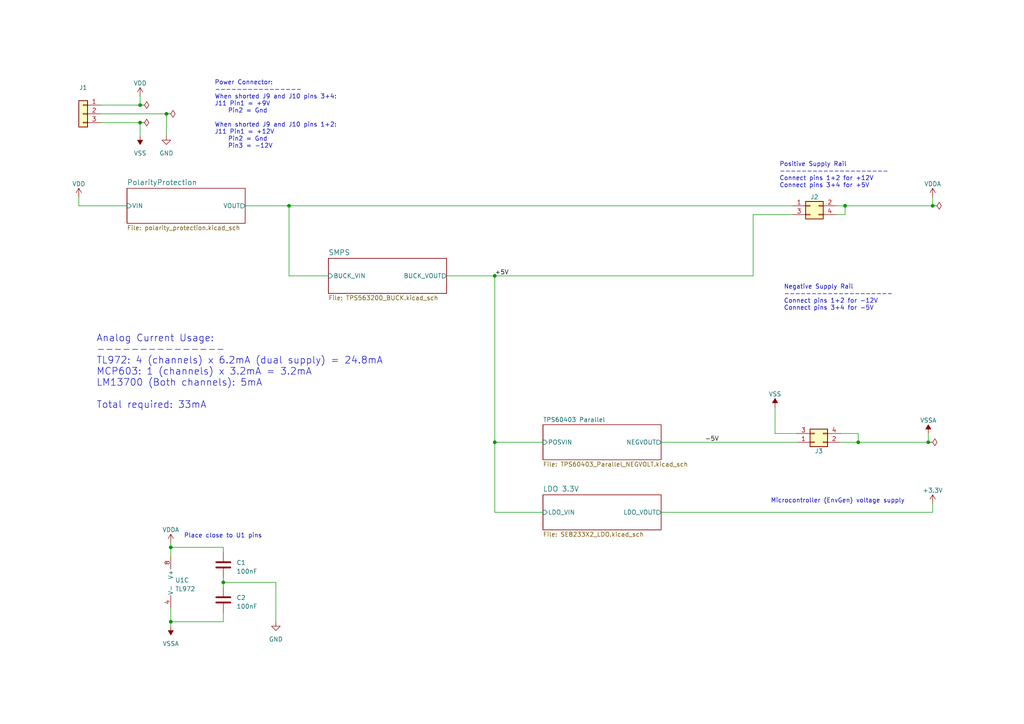
<source format=kicad_sch>
(kicad_sch (version 20230121) (generator eeschema)
  (paper "A4")
  (lib_symbols
    (symbol "Amplifier_Operational:TL072" (pin_names (offset 0.127))
      (property "Reference" "U" (at 0 5.08 0))
      (property "Value" "TL072" (at 0 -5.08 0))
      (symbol "TL072_1_1"
        (polyline (pts (xy -5.08 5.08) (xy 5.08 0) (xy -5.08 -5.08) (xy -5.08 5.08)) (stroke (width 0.254)) (fill (type background)))
        (pin output line (at 7.62 0 180) (length 2.54) (name "~") (number "1"))
        (pin input line (at -7.62 -2.54 0) (length 2.54) (name "-") (number "2"))
        (pin input line (at -7.62 2.54 0) (length 2.54) (name "+") (number "3"))
      )
      (symbol "TL072_2_1"
        (polyline (pts (xy -5.08 5.08) (xy 5.08 0) (xy -5.08 -5.08) (xy -5.08 5.08)) (stroke (width 0.254)) (fill (type background)))
        (pin input line (at -7.62 2.54 0) (length 2.54) (name "+") (number "5"))
        (pin input line (at -7.62 -2.54 0) (length 2.54) (name "-") (number "6"))
        (pin output line (at 7.62 0 180) (length 2.54) (name "~") (number "7"))
      )
      (symbol "TL072_3_1"
        (pin power_in line (at -2.54 -7.62 90) (length 3.81) (name "V-") (number "4"))
        (pin power_in line (at -2.54 7.62 270) (length 3.81) (name "V+") (number "8"))
      )
    )
    (symbol "Connector_Generic:Conn_01x03" (pin_names (offset 1.016) hide)
      (property "Reference" "J" (at 0 5.08 0))
      (property "Value" "Conn_01x03" (at 0 -5.08 0))
      (symbol "Conn_01x03_1_1"
        (rectangle (start -1.27 -2.413) (end 0 -2.667) (stroke (width 0.1524)))
        (rectangle (start -1.27 0.127) (end 0 -0.127) (stroke (width 0.1524)))
        (rectangle (start -1.27 2.667) (end 0 2.413) (stroke (width 0.1524)))
        (rectangle (start -1.27 3.81) (end 1.27 -3.81) (stroke (width 0.254)) (fill (type background)))
        (pin passive line (at -5.08 2.54 0) (length 3.81) (name "Pin_1") (number "1"))
        (pin passive line (at -5.08 0 0) (length 3.81) (name "Pin_2") (number "2"))
        (pin passive line (at -5.08 -2.54 0) (length 3.81) (name "Pin_3") (number "3"))
      )
    )
    (symbol "Connector_Generic:Conn_02x02_Odd_Even" (pin_names (offset 1.016) hide)
      (property "Reference" "J" (at 1.27 2.54 0))
      (property "Value" "Conn_02x02_Odd_Even" (at 1.27 -5.08 0))
      (symbol "Conn_02x02_Odd_Even_1_1"
        (rectangle (start -1.27 -2.413) (end 0 -2.667) (stroke (width 0.1524)))
        (rectangle (start -1.27 0.127) (end 0 -0.127) (stroke (width 0.1524)))
        (rectangle (start -1.27 1.27) (end 3.81 -3.81) (stroke (width 0.254)) (fill (type background)))
        (rectangle (start 3.81 -2.413) (end 2.54 -2.667) (stroke (width 0.1524)))
        (rectangle (start 3.81 0.127) (end 2.54 -0.127) (stroke (width 0.1524)))
        (pin passive line (at -5.08 0 0) (length 3.81) (name "Pin_1") (number "1"))
        (pin passive line (at 7.62 0 180) (length 3.81) (name "Pin_2") (number "2"))
        (pin passive line (at -5.08 -2.54 0) (length 3.81) (name "Pin_3") (number "3"))
        (pin passive line (at 7.62 -2.54 180) (length 3.81) (name "Pin_4") (number "4"))
      )
    )
    (symbol "Device:C" (pin_numbers hide) (pin_names (offset 0.254))
      (property "Reference" "C" (at 0.635 2.54 0))
      (property "Value" "C" (at 0.635 -2.54 0))
      (symbol "C_0_1"
        (polyline (pts (xy -2.032 -0.762) (xy 2.032 -0.762)) (stroke (width 0.508)))
        (polyline (pts (xy -2.032 0.762) (xy 2.032 0.762)) (stroke (width 0.508)))
      )
      (symbol "C_1_1"
        (pin passive line (at 0 3.81 270) (length 2.794) (name "~") (number "1"))
        (pin passive line (at 0 -3.81 90) (length 2.794) (name "~") (number "2"))
      )
    )
    (symbol "power:+3.3V" (power) (pin_names (offset 0))
      (property "Value" "+3.3V" (at 0 3.556 0))
      (symbol "+3.3V_0_1"
        (polyline (pts (xy -0.762 1.27) (xy 0 2.54)))
        (polyline (pts (xy 0 0) (xy 0 2.54)))
        (polyline (pts (xy 0 2.54) (xy 0.762 1.27)))
      )
      (symbol "+3.3V_1_1"
        (pin power_in line (at 0 0 90) (length 0) hide (name "+3.3V") (number "1"))
      )
    )
    (symbol "power:GND" (power) (pin_names (offset 0))
      (property "Value" "GND" (at 0 -3.81 0))
      (symbol "GND_0_1"
        (polyline (pts (xy 0 0) (xy 0 -1.27) (xy 1.27 -1.27) (xy 0 -2.54) (xy -1.27 -1.27) (xy 0 -1.27)))
      )
      (symbol "GND_1_1"
        (pin power_in line (at 0 0 270) (length 0) hide (name "GND") (number "1"))
      )
    )
    (symbol "power:PWR_FLAG" (power) (pin_numbers hide) (pin_names (offset 0) hide)
      (property "Value" "PWR_FLAG" (at 0 3.81 0))
      (symbol "PWR_FLAG_0_0"
        (pin power_out line (at 0 0 90) (length 0) (name "pwr") (number "1"))
      )
      (symbol "PWR_FLAG_0_1"
        (polyline (pts (xy 0 0) (xy 0 1.27) (xy -1.016 1.905) (xy 0 2.54) (xy 1.016 1.905) (xy 0 1.27)))
      )
    )
    (symbol "power:VDD" (power) (pin_names (offset 0))
      (property "Value" "VDD" (at 0 3.81 0))
      (symbol "VDD_0_1"
        (polyline (pts (xy -0.762 1.27) (xy 0 2.54)))
        (polyline (pts (xy 0 0) (xy 0 2.54)))
        (polyline (pts (xy 0 2.54) (xy 0.762 1.27)))
      )
      (symbol "VDD_1_1"
        (pin power_in line (at 0 0 90) (length 0) hide (name "VDD") (number "1"))
      )
    )
    (symbol "power:VDDA" (power) (pin_names (offset 0))
      (property "Value" "VDDA" (at 0 3.81 0))
      (symbol "VDDA_0_1"
        (polyline (pts (xy -0.762 1.27) (xy 0 2.54)))
        (polyline (pts (xy 0 0) (xy 0 2.54)))
        (polyline (pts (xy 0 2.54) (xy 0.762 1.27)))
      )
      (symbol "VDDA_1_1"
        (pin power_in line (at 0 0 90) (length 0) hide (name "VDDA") (number "1"))
      )
    )
    (symbol "power:VSS" (power) (pin_names (offset 0))
      (property "Value" "VSS" (at 0 3.81 0))
      (symbol "VSS_0_1"
        (polyline (pts (xy 0 0) (xy 0 2.54)))
        (polyline (pts (xy 0.762 1.27) (xy -0.762 1.27) (xy 0 2.54) (xy 0.762 1.27)) (fill (type outline)))
      )
      (symbol "VSS_1_1"
        (pin power_in line (at 0 0 90) (length 0) hide (name "VSS") (number "1"))
      )
    )
    (symbol "power:VSSA" (power) (pin_names (offset 0))
      (property "Value" "VSSA" (at 0 3.81 0))
      (symbol "VSSA_0_1"
        (polyline (pts (xy 0 0) (xy 0 2.54)))
        (polyline (pts (xy 0.762 1.27) (xy -0.762 1.27) (xy 0 2.54) (xy 0.762 1.27)) (fill (type outline)))
      )
      (symbol "VSSA_1_1"
        (pin power_in line (at 0 0 90) (length 0) hide (name "VSSA") (number "1"))
      )
    )
  )
  (junction (at 143.51 80.01))
  (junction (at 269.24 128.27))
  (junction (at 270.51 59.69))
  (junction (at 143.51 128.27))
  (junction (at 40.64 30.48))
  (junction (at 49.53 158.75))
  (junction (at 40.64 35.56))
  (junction (at 245.11 59.69))
  (junction (at 49.53 180.34))
  (junction (at 48.26 33.02))
  (junction (at 83.82 59.69))
  (junction (at 64.77 168.91))
  (junction (at 248.92 128.27))
  (wire (pts (xy 143.51 148.59) (xy 157.48 148.59)))
  (wire (pts (xy 143.51 128.27) (xy 143.51 80.01)))
  (wire (pts (xy 49.53 158.75) (xy 64.77 158.75)))
  (wire (pts (xy 29.21 33.02) (xy 48.26 33.02)))
  (wire (pts (xy 64.77 177.8) (xy 64.77 180.34)))
  (wire (pts (xy 64.77 168.91) (xy 64.77 170.18)))
  (wire (pts (xy 49.53 181.61) (xy 49.53 180.34)))
  (wire (pts (xy 269.24 128.27) (xy 269.24 125.73)))
  (wire (pts (xy 80.01 168.91) (xy 80.01 180.34)))
  (wire (pts (xy 64.77 167.64) (xy 64.77 168.91)))
  (wire (pts (xy 242.57 59.69) (xy 245.11 59.69)))
  (wire (pts (xy 64.77 158.75) (xy 64.77 160.02)))
  (wire (pts (xy 245.11 59.69) (xy 245.11 62.23)))
  (wire (pts (xy 224.79 118.11) (xy 224.79 125.73)))
  (wire (pts (xy 49.53 180.34) (xy 49.53 176.53)))
  (wire (pts (xy 191.77 128.27) (xy 231.14 128.27)))
  (wire (pts (xy 83.82 59.69) (xy 229.87 59.69)))
  (wire (pts (xy 64.77 168.91) (xy 80.01 168.91)))
  (wire (pts (xy 224.79 125.73) (xy 231.14 125.73)))
  (wire (pts (xy 129.54 80.01) (xy 143.51 80.01)))
  (wire (pts (xy 40.64 39.37) (xy 40.64 35.56)))
  (wire (pts (xy 248.92 125.73) (xy 248.92 128.27)))
  (wire (pts (xy 143.51 128.27) (xy 143.51 148.59)))
  (wire (pts (xy 270.51 57.15) (xy 270.51 59.69)))
  (wire (pts (xy 218.44 62.23) (xy 229.87 62.23)))
  (wire (pts (xy 218.44 62.23) (xy 218.44 80.01)))
  (wire (pts (xy 22.86 59.69) (xy 36.83 59.69)))
  (wire (pts (xy 243.84 125.73) (xy 248.92 125.73)))
  (wire (pts (xy 49.53 180.34) (xy 64.77 180.34)))
  (wire (pts (xy 22.86 57.15) (xy 22.86 59.69)))
  (wire (pts (xy 29.21 35.56) (xy 40.64 35.56)))
  (wire (pts (xy 243.84 128.27) (xy 248.92 128.27)))
  (wire (pts (xy 270.51 59.69) (xy 245.11 59.69)))
  (wire (pts (xy 40.64 27.94) (xy 40.64 30.48)))
  (wire (pts (xy 83.82 80.01) (xy 95.25 80.01)))
  (wire (pts (xy 48.26 33.02) (xy 48.26 39.37)))
  (wire (pts (xy 83.82 59.69) (xy 83.82 80.01)))
  (wire (pts (xy 29.21 30.48) (xy 40.64 30.48)))
  (wire (pts (xy 245.11 62.23) (xy 242.57 62.23)))
  (wire (pts (xy 270.51 146.05) (xy 270.51 148.59)))
  (wire (pts (xy 49.53 157.48) (xy 49.53 158.75)))
  (wire (pts (xy 218.44 80.01) (xy 143.51 80.01)))
  (wire (pts (xy 143.51 128.27) (xy 157.48 128.27)))
  (wire (pts (xy 49.53 158.75) (xy 49.53 161.29)))
  (wire (pts (xy 191.77 148.59) (xy 270.51 148.59)))
  (wire (pts (xy 83.82 59.69) (xy 71.12 59.69)))
  (wire (pts (xy 248.92 128.27) (xy 269.24 128.27)))
  (text "Positive Supply Rail\n--------------------\nConnect pins 1+2 for +12V\nConnect pins 3+4 for +5V" (at 226.06 54.61 0) (effects (font (size 1.27 1.27)) (justify left bottom)))
  (text "Analog Current Usage:\n---------------\nTL972: 4 (channels) x 6.2mA (dual supply) = 24.8mA\nMCP603: 1 (channels) x 3.2mA = 3.2mA\nLM13700 (Both channels): 5mA\n\nTotal required: 33mA\n\n" (at 27.94 121.92 0) (effects (font (size 2 2)) (justify left bottom)))
  (text "Negative Supply Rail\n--------------------\nConnect pins 1+2 for -12V\nConnect pins 3+4 for -5V" (at 227.33 90.17 0) (effects (font (size 1.27 1.27)) (justify left bottom)))
  (text "Power Connector:\n----------------\nWhen shorted J9 and J10 pins 3+4:\nJ11 Pin1 = +9V\n    Pin2 = Gnd\n\nWhen shorted J9 and J10 pins 1+2:\nJ11 Pin1 = +12V\n    Pin2 = Gnd\n    Pin3 = -12V" (at 62.23 43.18 0) (effects (font (size 1.27 1.27)) (justify left bottom)))
  (text "Microcontroller (EnvGen) voltage supply" (at 223.52 146.05 0) (effects (font (size 1.27 1.27)) (justify left bottom)))
  (text "Place close to U1 pins" (at 53.34 156.21 0) (effects (font (size 1.27 1.27)) (justify left bottom)))
  (label "+5V" (at 143.51 80.01 0))
  (label "-5V" (at 204.47 128.27 0))
  (symbol (lib_id "Connector_Generic:Conn_02x02_Odd_Even") (at 236.22 128.27 0) (mirror x) (unit 1)
    (property "Reference" "J3" (at 237.49 130.81 0))
    (property "Value" "Conn_02x02_Odd_Even" (effects hide))
    (property "Footprint" "Connector_PinHeader_2.54mm:PinHeader_2x02_P2.54mm_Vertical" (effects hide))
  )
  (symbol (lib_id "power:VDDA") (at 270.51 57.15 0) (unit 1)
    (property "Reference" "#PWR010" (effects hide))
    (property "Value" "VDDA" (at 270.51 53.34 0))
  )
  (symbol (lib_id "power:VSSA") (at 49.53 181.61 180) (unit 1)
    (property "Reference" "#PWR012" (effects hide))
    (property "Value" "VSSA" (at 49.53 186.69 0))
    (instances (project "adsr_vca_fx" (path "" (reference "#PWR012") (unit 1)) (path "" (reference "#PWR06") (unit 1))))
  )
  (symbol (lib_id "power:GND") (at 80.01 180.34 0) (unit 1)
    (property "Reference" "#PWR07" (effects hide))
    (property "Value" "GND" (at 80.01 185.42 0))
    (instances (project "adsr_vca_fx" (path "" (reference "#PWR07") (unit 1)) (path "" (reference "#PWR013") (unit 1))))
  )
  (symbol (lib_id "Amplifier_Operational:TL072") (at 52.07 168.91 0) (unit 3)
    (property "Reference" "U1" (at 50.8 168.275 0) (effects (justify left)))
    (property "Value" "TL972" (at 50.8 170.815 0) (effects (justify left)))
    (property "Footprint" "Package_SO:SOIC-8_3.9x4.9mm_P1.27mm" (effects hide))
    (property "Datasheet" "${KIPRJMOD}/../../docs/datasheet/tl971.pdf" (effects hide))
  )
  (symbol (lib_id "power:VDDA") (at 49.53 157.48 0) (unit 1)
    (property "Reference" "#PWR011" (effects hide))
    (property "Value" "VDDA" (at 49.53 153.67 0))
    (instances (project "adsr_vca_fx" (path "" (reference "#PWR011") (unit 1)) (path "" (reference "#PWR05") (unit 1))))
  )
  (symbol (lib_id "power:VDD") (at 40.64 27.94 0) (unit 1)
    (property "Reference" "#PWR02" (effects hide))
    (property "Value" "VDD" (at 40.64 24.13 0))
  )
  (symbol (lib_id "Device:C") (at 64.77 163.83 0) (unit 1)
    (property "Reference" "C1" (at 68.58 163.195 0) (effects (justify left)))
    (property "Value" "100nF" (at 68.58 165.735 0) (effects (justify left)))
    (property "Footprint" "Capacitor_SMD:C_0805_2012Metric_Pad1.18x1.45mm_HandSolder" (effects hide))
  )
  (symbol (lib_id "Connector_Generic:Conn_01x03") (at 24.13 33.02 0) (mirror y) (unit 1)
    (property "Reference" "J1" (at 24.13 25.4 0))
    (property "Value" "Conn_01x03" (effects hide))
    (property "Footprint" "Connector_PinHeader_2.54mm:PinHeader_1x03_P2.54mm_Vertical" (effects hide))
  )
  (symbol (lib_id "power:PWR_FLAG") (at 40.64 35.56 270) (unit 1)
    (property "Reference" "#FLG02" (effects hide))
    (property "Value" "PWR_FLAG" (effects hide))
  )
  (symbol (lib_id "power:+3.3V") (at 270.51 146.05 0) (unit 1)
    (property "Reference" "#PWR011" (effects hide))
    (property "Value" "+3.3V" (at 270.51 142.24 0))
  )
  (symbol (lib_id "power:VDD") (at 22.86 57.15 0) (unit 1)
    (property "Reference" "#PWR01" (effects hide))
    (property "Value" "VDD" (at 22.86 53.34 0))
  )
  (symbol (lib_id "power:VSSA") (at 269.24 125.73 0) (unit 1)
    (property "Reference" "#PWR09" (effects hide))
    (property "Value" "VSSA" (at 269.24 121.92 0))
  )
  (symbol (lib_id "power:PWR_FLAG") (at 48.26 33.02 270) (unit 1)
    (property "Reference" "#FLG03" (effects hide))
    (property "Value" "PWR_FLAG" (effects hide))
  )
  (symbol (lib_id "power:PWR_FLAG") (at 269.24 128.27 270) (unit 1)
    (property "Reference" "#FLG04" (effects hide))
    (property "Value" "PWR_FLAG" (effects hide))
  )
  (symbol (lib_id "power:GND") (at 48.26 39.37 0) (unit 1)
    (property "Reference" "#PWR04" (effects hide))
    (property "Value" "GND" (at 48.26 44.45 0))
  )
  (symbol (lib_id "Device:C") (at 64.77 173.99 0) (unit 1)
    (property "Reference" "C2" (at 68.58 173.355 0) (effects (justify left)))
    (property "Value" "100nF" (at 68.58 175.895 0) (effects (justify left)))
    (property "Footprint" "Capacitor_SMD:C_0805_2012Metric_Pad1.18x1.45mm_HandSolder" (effects hide))
  )
  (symbol (lib_id "power:PWR_FLAG") (at 270.51 59.69 270) (unit 1)
    (property "Reference" "#FLG05" (effects hide))
    (property "Value" "PWR_FLAG" (effects hide))
  )
  (symbol (lib_id "Connector_Generic:Conn_02x02_Odd_Even") (at 234.95 59.69 0) (unit 1)
    (property "Reference" "J2" (at 236.22 57.15 0))
    (property "Value" "Conn_02x02_Odd_Even" (effects hide))
    (property "Footprint" "Connector_PinHeader_2.54mm:PinHeader_2x02_P2.54mm_Vertical" (effects hide))
  )
  (symbol (lib_id "power:VSS") (at 40.64 39.37 180) (unit 1)
    (property "Reference" "#PWR03" (effects hide))
    (property "Value" "VSS" (at 40.64 44.45 0))
  )
  (symbol (lib_id "power:PWR_FLAG") (at 40.64 30.48 270) (unit 1)
    (property "Reference" "#FLG01" (effects hide))
    (property "Value" "PWR_FLAG" (effects hide))
  )
  (symbol (lib_id "power:VSS") (at 224.79 118.11 0) (unit 1)
    (property "Reference" "#PWR08" (effects hide))
    (property "Value" "VSS" (at 224.79 114.3 0))
  )
  (sheet (at 157.48 143.51) (size 34.29 10.16) (stroke (width 0.1524))
    (property "Sheetname" "LDO 3.3V" (at 157.48 142.6834 0) (effects (font (size 1.5 1.5)) (justify left bottom)))
    (property "Sheetfile" "SE8233X2_LDO.kicad_sch" (at 157.48 154.2546 0) (effects (justify left top)))
    (pin "LDO_VIN" input (at 157.48 148.59 180))
    (pin "LDO_VOUT" output (at 191.77 148.59 0))
  )
  (sheet (at 36.83 54.61) (size 34.29 10.16) (stroke (width 0.1524))
    (property "Sheetname" "PolarityProtection" (at 36.83 53.7834 0) (effects (font (size 1.5 1.5)) (justify left bottom)))
    (property "Sheetfile" "polarity_protection.kicad_sch" (at 36.83 65.3546 0) (effects (justify left top)))
    (pin "VOUT" output (at 71.12 59.69 0))
    (pin "VIN" input (at 36.83 59.69 180))
  )
  (sheet (at 157.48 123.19) (size 34.29 10.16) (stroke (width 0.1524))
    (property "Sheetname" "TPS60403 Parallel " (at 157.48 122.4784 0) (effects (justify left bottom)))
    (property "Sheetfile" "TPS60403_Parallel_NEGVOLT.kicad_sch" (at 157.48 133.9346 0) (effects (justify left top)))
    (pin "POSVIN" input (at 157.48 128.27 180))
    (pin "NEGVOUT" output (at 191.77 128.27 0))
  )
  (sheet (at 95.25 74.93) (size 34.29 10.16) (stroke (width 0.1524))
    (property "Sheetname" "SMPS" (at 95.25 74.1034 0) (effects (font (size 1.5 1.5)) (justify left bottom)))
    (property "Sheetfile" "TPS563200_BUCK.kicad_sch" (at 95.25 85.6746 0) (effects (justify left top)))
    (pin "BUCK_VOUT" output (at 129.54 80.01 0))
    (pin "BUCK_VIN" input (at 95.25 80.01 180))
  )
)
</source>
